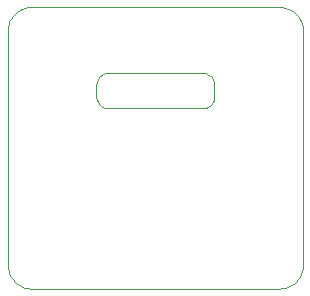
<source format=gm1>
G04*
G04 #@! TF.GenerationSoftware,Altium Limited,Altium Designer,19.1.8 (144)*
G04*
G04 Layer_Color=16711935*
%FSLAX44Y44*%
%MOMM*%
G71*
G01*
G75*
%ADD56C,0.1000*%
%ADD63C,0.0500*%
D56*
X-39999Y63309D02*
X-42587Y62968D01*
X-44999Y61969D01*
X-47070Y60380D01*
X-48659Y58309D01*
X-49658Y55897D01*
X-49999Y53309D01*
Y43309D02*
X-49658Y40721D01*
X-48659Y38309D01*
X-47070Y36238D01*
X-44999Y34649D01*
X-42587Y33650D01*
X-39999Y33309D01*
X40001D02*
X42589Y33650D01*
X45001Y34649D01*
X47072Y36238D01*
X48661Y38309D01*
X49660Y40721D01*
X50001Y43309D01*
Y53309D02*
X49660Y55897D01*
X48661Y58309D01*
X47072Y60380D01*
X45001Y61969D01*
X42589Y62968D01*
X40001Y63309D01*
X-39999Y33309D02*
X40001D01*
X-39999Y63309D02*
X40001D01*
X-49999Y43309D02*
Y53309D01*
X50001Y43309D02*
Y53309D01*
D63*
X125000Y99310D02*
X124829Y101920D01*
X124319Y104486D01*
X123478Y106964D01*
X122321Y109310D01*
X120867Y111485D01*
X119142Y113452D01*
X117175Y115177D01*
X115000Y116630D01*
X112654Y117788D01*
X110176Y118629D01*
X107611Y119139D01*
X105000Y119310D01*
Y-119310D02*
X107611Y-119139D01*
X110176Y-118629D01*
X112654Y-117788D01*
X115000Y-116630D01*
X117175Y-115177D01*
X119142Y-113452D01*
X120867Y-111485D01*
X122321Y-109310D01*
X123478Y-106964D01*
X124319Y-104486D01*
X124829Y-101920D01*
X125000Y-99310D01*
X-125000D02*
X-124829Y-101920D01*
X-124319Y-104486D01*
X-123478Y-106964D01*
X-122320Y-109310D01*
X-120867Y-111485D01*
X-119142Y-113452D01*
X-117175Y-115177D01*
X-115000Y-116630D01*
X-112654Y-117788D01*
X-110176Y-118629D01*
X-107611Y-119139D01*
X-105000Y-119310D01*
Y119310D02*
X-107611Y119139D01*
X-110176Y118629D01*
X-112654Y117788D01*
X-115000Y116630D01*
X-117175Y115177D01*
X-119142Y113452D01*
X-120867Y111485D01*
X-122320Y109310D01*
X-123478Y106964D01*
X-124319Y104486D01*
X-124829Y101920D01*
X-125000Y99310D01*
X-105000Y119310D02*
X105000D01*
X125000Y99310D02*
X125000Y-99310D01*
X-105000Y-119310D02*
X105000D01*
X-125000Y-99310D02*
Y99310D01*
M02*

</source>
